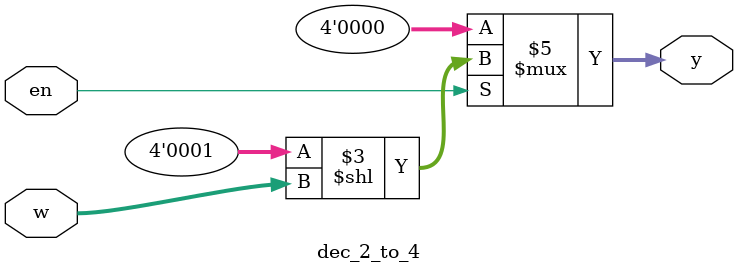
<source format=v>
module dec_2_to_4 (
    input  wire [1:0] w,
    input  wire       en,
    output reg  [3:0] y
);

    always @(*) begin
        if (en == 1'b1)
            y = (4'b0001 << w);
        else
            y = 4'b0000;
    end

endmodule
</source>
